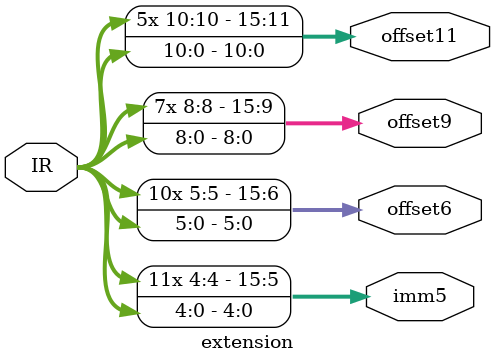
<source format=sv>
module extension(
    input  [15:0] IR,
    output [15:0] imm5,
    output [15:0] offset6,
    output [15:0] offset9,
    output [15:0] offset11
    );
    
    assign imm5     = { {11{IR[4]}},  IR[4:0]  };
    assign offset6  = { {10{IR[5]}},  IR[5:0]  };
    assign offset9  = {  {7{IR[8]}},  IR[8:0]  };
    assign offset11 = {  {5{IR[10]}}, IR[10:0] };
endmodule
</source>
